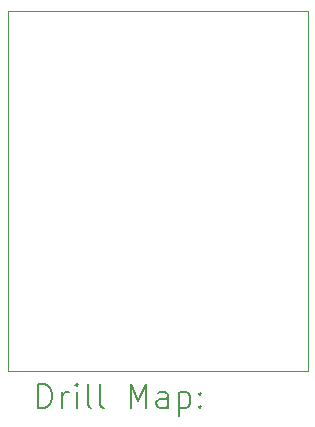
<source format=gbr>
%TF.GenerationSoftware,KiCad,Pcbnew,9.0.6*%
%TF.CreationDate,2025-12-31T14:00:52-06:00*%
%TF.ProjectId,QFN-20_4x4,51464e2d-3230-45f3-9478-342e6b696361,rev?*%
%TF.SameCoordinates,Original*%
%TF.FileFunction,Drillmap*%
%TF.FilePolarity,Positive*%
%FSLAX45Y45*%
G04 Gerber Fmt 4.5, Leading zero omitted, Abs format (unit mm)*
G04 Created by KiCad (PCBNEW 9.0.6) date 2025-12-31 14:00:52*
%MOMM*%
%LPD*%
G01*
G04 APERTURE LIST*
%ADD10C,0.050000*%
%ADD11C,0.200000*%
G04 APERTURE END LIST*
D10*
X12573000Y-10541000D02*
X15113000Y-10541000D01*
X15113000Y-13589000D01*
X12573000Y-13589000D01*
X12573000Y-10541000D01*
D11*
X12831277Y-13902984D02*
X12831277Y-13702984D01*
X12831277Y-13702984D02*
X12878896Y-13702984D01*
X12878896Y-13702984D02*
X12907467Y-13712508D01*
X12907467Y-13712508D02*
X12926515Y-13731555D01*
X12926515Y-13731555D02*
X12936039Y-13750603D01*
X12936039Y-13750603D02*
X12945562Y-13788698D01*
X12945562Y-13788698D02*
X12945562Y-13817269D01*
X12945562Y-13817269D02*
X12936039Y-13855365D01*
X12936039Y-13855365D02*
X12926515Y-13874412D01*
X12926515Y-13874412D02*
X12907467Y-13893460D01*
X12907467Y-13893460D02*
X12878896Y-13902984D01*
X12878896Y-13902984D02*
X12831277Y-13902984D01*
X13031277Y-13902984D02*
X13031277Y-13769650D01*
X13031277Y-13807746D02*
X13040801Y-13788698D01*
X13040801Y-13788698D02*
X13050324Y-13779174D01*
X13050324Y-13779174D02*
X13069372Y-13769650D01*
X13069372Y-13769650D02*
X13088420Y-13769650D01*
X13155086Y-13902984D02*
X13155086Y-13769650D01*
X13155086Y-13702984D02*
X13145562Y-13712508D01*
X13145562Y-13712508D02*
X13155086Y-13722031D01*
X13155086Y-13722031D02*
X13164610Y-13712508D01*
X13164610Y-13712508D02*
X13155086Y-13702984D01*
X13155086Y-13702984D02*
X13155086Y-13722031D01*
X13278896Y-13902984D02*
X13259848Y-13893460D01*
X13259848Y-13893460D02*
X13250324Y-13874412D01*
X13250324Y-13874412D02*
X13250324Y-13702984D01*
X13383658Y-13902984D02*
X13364610Y-13893460D01*
X13364610Y-13893460D02*
X13355086Y-13874412D01*
X13355086Y-13874412D02*
X13355086Y-13702984D01*
X13612229Y-13902984D02*
X13612229Y-13702984D01*
X13612229Y-13702984D02*
X13678896Y-13845841D01*
X13678896Y-13845841D02*
X13745562Y-13702984D01*
X13745562Y-13702984D02*
X13745562Y-13902984D01*
X13926515Y-13902984D02*
X13926515Y-13798222D01*
X13926515Y-13798222D02*
X13916991Y-13779174D01*
X13916991Y-13779174D02*
X13897943Y-13769650D01*
X13897943Y-13769650D02*
X13859848Y-13769650D01*
X13859848Y-13769650D02*
X13840801Y-13779174D01*
X13926515Y-13893460D02*
X13907467Y-13902984D01*
X13907467Y-13902984D02*
X13859848Y-13902984D01*
X13859848Y-13902984D02*
X13840801Y-13893460D01*
X13840801Y-13893460D02*
X13831277Y-13874412D01*
X13831277Y-13874412D02*
X13831277Y-13855365D01*
X13831277Y-13855365D02*
X13840801Y-13836317D01*
X13840801Y-13836317D02*
X13859848Y-13826793D01*
X13859848Y-13826793D02*
X13907467Y-13826793D01*
X13907467Y-13826793D02*
X13926515Y-13817269D01*
X14021753Y-13769650D02*
X14021753Y-13969650D01*
X14021753Y-13779174D02*
X14040801Y-13769650D01*
X14040801Y-13769650D02*
X14078896Y-13769650D01*
X14078896Y-13769650D02*
X14097943Y-13779174D01*
X14097943Y-13779174D02*
X14107467Y-13788698D01*
X14107467Y-13788698D02*
X14116991Y-13807746D01*
X14116991Y-13807746D02*
X14116991Y-13864888D01*
X14116991Y-13864888D02*
X14107467Y-13883936D01*
X14107467Y-13883936D02*
X14097943Y-13893460D01*
X14097943Y-13893460D02*
X14078896Y-13902984D01*
X14078896Y-13902984D02*
X14040801Y-13902984D01*
X14040801Y-13902984D02*
X14021753Y-13893460D01*
X14202705Y-13883936D02*
X14212229Y-13893460D01*
X14212229Y-13893460D02*
X14202705Y-13902984D01*
X14202705Y-13902984D02*
X14193182Y-13893460D01*
X14193182Y-13893460D02*
X14202705Y-13883936D01*
X14202705Y-13883936D02*
X14202705Y-13902984D01*
X14202705Y-13779174D02*
X14212229Y-13788698D01*
X14212229Y-13788698D02*
X14202705Y-13798222D01*
X14202705Y-13798222D02*
X14193182Y-13788698D01*
X14193182Y-13788698D02*
X14202705Y-13779174D01*
X14202705Y-13779174D02*
X14202705Y-13798222D01*
M02*

</source>
